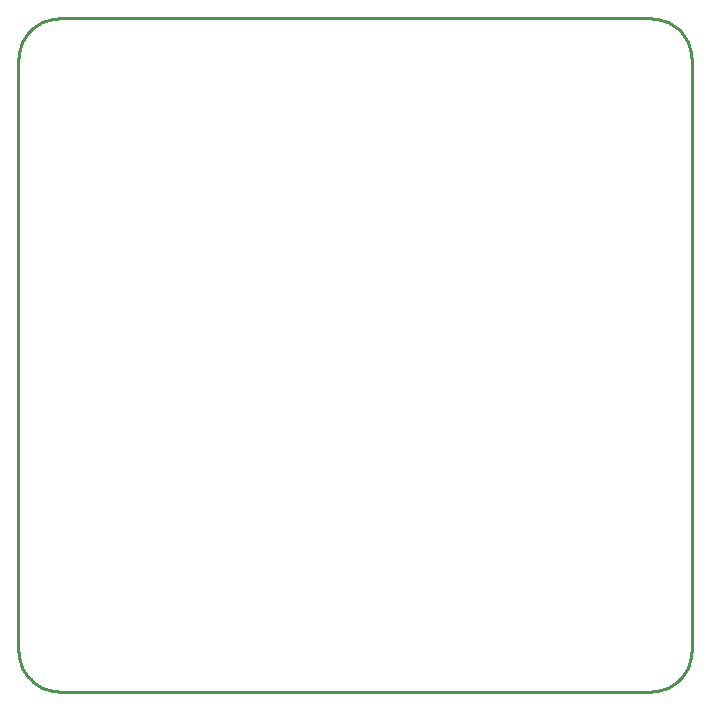
<source format=gbr>
G04 EAGLE Gerber RS-274X export*
G75*
%MOMM*%
%FSLAX34Y34*%
%LPD*%
%IN*%
%IPPOS*%
%AMOC8*
5,1,8,0,0,1.08239X$1,22.5*%
G01*
G04 Define Apertures*
%ADD10C,0.254000*%
D10*
X-35000Y0D02*
X-34867Y-3050D01*
X-34468Y-6078D01*
X-33807Y-9059D01*
X-32889Y-11971D01*
X-31721Y-14792D01*
X-30311Y-17500D01*
X-28670Y-20075D01*
X-26812Y-22498D01*
X-24749Y-24749D01*
X-22498Y-26812D01*
X-20075Y-28670D01*
X-17500Y-30311D01*
X-14792Y-31721D01*
X-11971Y-32889D01*
X-9059Y-33807D01*
X-6078Y-34468D01*
X-3050Y-34867D01*
X0Y-35000D01*
X500000Y-35000D01*
X503050Y-34867D01*
X506078Y-34468D01*
X509059Y-33807D01*
X511971Y-32889D01*
X514792Y-31721D01*
X517500Y-30311D01*
X520075Y-28670D01*
X522498Y-26812D01*
X524749Y-24749D01*
X526812Y-22498D01*
X528670Y-20075D01*
X530311Y-17500D01*
X531721Y-14792D01*
X532889Y-11971D01*
X533807Y-9059D01*
X534468Y-6078D01*
X534867Y-3050D01*
X535000Y0D01*
X535000Y500000D01*
X534867Y503050D01*
X534468Y506078D01*
X533807Y509059D01*
X532889Y511971D01*
X531721Y514792D01*
X530311Y517500D01*
X528670Y520075D01*
X526812Y522498D01*
X524749Y524749D01*
X522498Y526812D01*
X520075Y528670D01*
X517500Y530311D01*
X514792Y531721D01*
X511971Y532889D01*
X509059Y533807D01*
X506078Y534468D01*
X503050Y534867D01*
X500000Y535000D01*
X0Y535000D01*
X-3050Y534867D01*
X-6078Y534468D01*
X-9059Y533807D01*
X-11971Y532889D01*
X-14792Y531721D01*
X-17500Y530311D01*
X-20075Y528670D01*
X-22498Y526812D01*
X-24749Y524749D01*
X-26812Y522498D01*
X-28670Y520075D01*
X-30311Y517500D01*
X-31721Y514792D01*
X-32889Y511971D01*
X-33807Y509059D01*
X-34468Y506078D01*
X-34867Y503050D01*
X-35000Y500000D01*
X-35000Y0D01*
M02*

</source>
